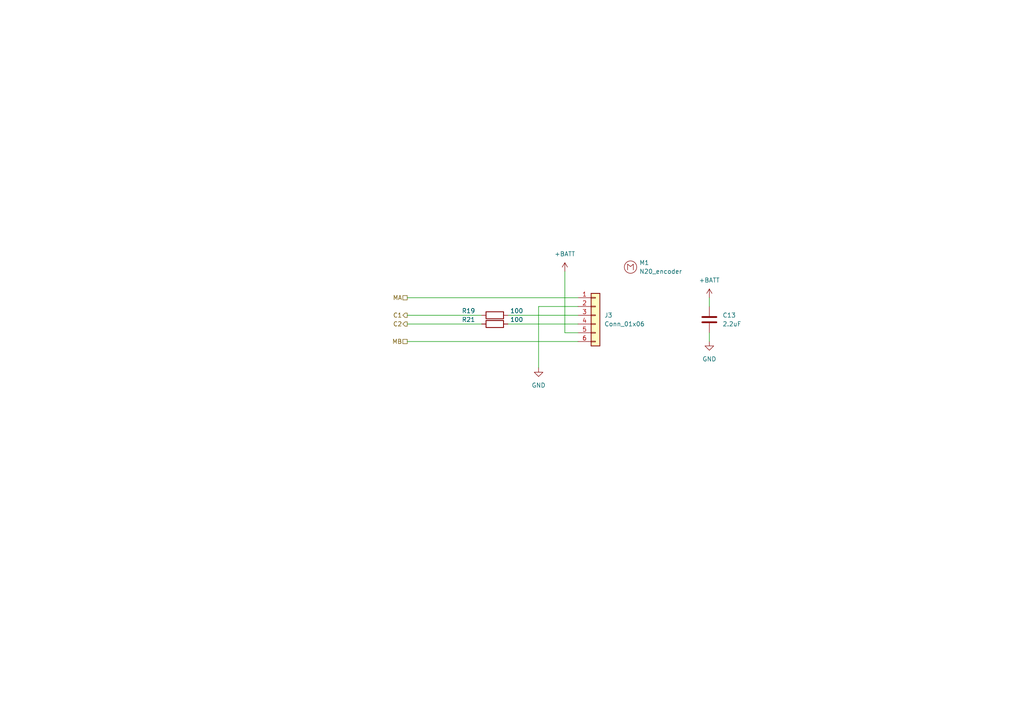
<source format=kicad_sch>
(kicad_sch (version 20230121) (generator eeschema)
  (paper "A4")
  (lib_symbols
    (symbol "Connector_Generic:Conn_01x06" (pin_names (offset 1.016) hide)
      (property "Reference" "J" (at 0 7.62 0))
      (property "Value" "Conn_01x06" (at 0 -10.16 0))
      (symbol "Conn_01x06_1_1"
        (rectangle (start -1.27 -7.493) (end 0 -7.747) (stroke (width 0.1524)))
        (rectangle (start -1.27 -4.953) (end 0 -5.207) (stroke (width 0.1524)))
        (rectangle (start -1.27 -2.413) (end 0 -2.667) (stroke (width 0.1524)))
        (rectangle (start -1.27 0.127) (end 0 -0.127) (stroke (width 0.1524)))
        (rectangle (start -1.27 2.667) (end 0 2.413) (stroke (width 0.1524)))
        (rectangle (start -1.27 5.207) (end 0 4.953) (stroke (width 0.1524)))
        (rectangle (start -1.27 6.35) (end 1.27 -8.89) (stroke (width 0.254)) (fill (type background)))
        (pin passive line (at -5.08 5.08 0) (length 3.81) (name "Pin_1") (number "1"))
        (pin passive line (at -5.08 2.54 0) (length 3.81) (name "Pin_2") (number "2"))
        (pin passive line (at -5.08 0 0) (length 3.81) (name "Pin_3") (number "3"))
        (pin passive line (at -5.08 -2.54 0) (length 3.81) (name "Pin_4") (number "4"))
        (pin passive line (at -5.08 -5.08 0) (length 3.81) (name "Pin_5") (number "5"))
        (pin passive line (at -5.08 -7.62 0) (length 3.81) (name "Pin_6") (number "6"))
      )
    )
    (symbol "Device:C" (pin_numbers hide) (pin_names (offset 0.254))
      (property "Reference" "C" (at 0.635 2.54 0))
      (property "Value" "C" (at 0.635 -2.54 0))
      (symbol "C_0_1"
        (polyline (pts (xy -2.032 -0.762) (xy 2.032 -0.762)) (stroke (width 0.508)))
        (polyline (pts (xy -2.032 0.762) (xy 2.032 0.762)) (stroke (width 0.508)))
      )
      (symbol "C_1_1"
        (pin passive line (at 0 3.81 270) (length 2.794) (name "~") (number "1"))
        (pin passive line (at 0 -3.81 90) (length 2.794) (name "~") (number "2"))
      )
    )
    (symbol "Device:R" (pin_numbers hide) (pin_names (offset 0))
      (property "Reference" "R" (at 2.032 0 90))
      (property "Value" "R" (at 0 0 90))
      (symbol "R_0_1"
        (rectangle (start -1.016 -2.54) (end 1.016 2.54) (stroke (width 0.254)))
      )
      (symbol "R_1_1"
        (pin passive line (at 0 3.81 270) (length 1.27) (name "~") (number "1"))
        (pin passive line (at 0 -3.81 90) (length 1.27) (name "~") (number "2"))
      )
    )
    (symbol "minimouse:N20_w_encoder"
      (property "Reference" "M" (at -8.89 1.27 0))
      (property "Value" "N20_encoder" (at 0 -2.54 0))
      (symbol "N20_w_encoder_0_1"
        (polyline (pts (xy -0.8636 -0.8128) (xy -0.8636 0.8636) (xy 0 0.1524) (xy 0.8128 0.8636) (xy 0.8128 -0.8128)))
        (circle (center 0 0) (radius 1.7961))
      )
    )
    (symbol "power:+BATT" (power) (pin_names (offset 0))
      (property "Value" "+BATT" (at 0 3.556 0))
      (symbol "+BATT_0_1"
        (polyline (pts (xy -0.762 1.27) (xy 0 2.54)))
        (polyline (pts (xy 0 0) (xy 0 2.54)))
        (polyline (pts (xy 0 2.54) (xy 0.762 1.27)))
      )
      (symbol "+BATT_1_1"
        (pin power_in line (at 0 0 90) (length 0) hide (name "+BATT") (number "1"))
      )
    )
    (symbol "power:GND" (power) (pin_names (offset 0))
      (property "Value" "GND" (at 0 -3.81 0))
      (symbol "GND_0_1"
        (polyline (pts (xy 0 0) (xy 0 -1.27) (xy 1.27 -1.27) (xy 0 -2.54) (xy -1.27 -1.27) (xy 0 -1.27)))
      )
      (symbol "GND_1_1"
        (pin power_in line (at 0 0 270) (length 0) hide (name "GND") (number "1"))
      )
    )
  )
  (wire (pts (xy 118.11 91.44) (xy 139.7 91.44)))
  (wire (pts (xy 163.83 96.52) (xy 163.83 78.74)))
  (wire (pts (xy 118.11 86.36) (xy 167.64 86.36)))
  (wire (pts (xy 205.74 86.36) (xy 205.74 88.9)))
  (wire (pts (xy 118.11 93.98) (xy 139.7 93.98)))
  (wire (pts (xy 147.32 91.44) (xy 167.64 91.44)))
  (wire (pts (xy 167.64 96.52) (xy 163.83 96.52)))
  (wire (pts (xy 167.64 88.9) (xy 156.21 88.9)))
  (wire (pts (xy 147.32 93.98) (xy 167.64 93.98)))
  (wire (pts (xy 118.11 99.06) (xy 167.64 99.06)))
  (wire (pts (xy 156.21 88.9) (xy 156.21 106.68)))
  (wire (pts (xy 205.74 96.52) (xy 205.74 99.06)))
  (hierarchical_label "C1" (shape output) (at 118.11 91.44 180))
  (hierarchical_label "C2" (shape output) (at 118.11 93.98 180))
  (hierarchical_label "MB" (shape passive) (at 118.11 99.06 180))
  (hierarchical_label "MA" (shape passive) (at 118.11 86.36 180))
  (symbol (lib_id "Device:C") (at 205.74 92.71 0) (unit 1)
    (property "Reference" "C13" (at 209.55 91.44 0) (effects (justify left)))
    (property "Value" "2.2uF" (at 209.55 93.98 0) (effects (justify left)))
    (property "Footprint" "Capacitor_SMD:C_0603_1608Metric" (effects hide))
    (instances (project "minimouse" (path "" (reference "C13") (unit 1)) (path "" (reference "C14") (unit 1))))
  )
  (symbol (lib_id "Device:R") (at 143.51 93.98 90) (unit 1)
    (property "Reference" "R21" (at 135.89 92.71 90))
    (property "Value" "100" (at 149.86 92.71 90))
    (property "Footprint" "Resistor_SMD:R_0603_1608Metric" (effects hide))
    (instances (project "minimouse" (path "" (reference "R21") (unit 1)) (path "" (reference "R22") (unit 1))))
  )
  (symbol (lib_id "power:GND") (at 156.21 106.68 0) (unit 1)
    (property "Reference" "#PWR026" (effects hide))
    (property "Value" "GND" (at 156.21 111.76 0))
    (instances (project "minimouse" (path "" (reference "#PWR026") (unit 1)) (path "" (reference "#PWR027") (unit 1))))
  )
  (symbol (lib_id "minimouse:N20_w_encoder") (at 182.88 77.47 0) (unit 1)
    (property "Reference" "M1" (at 185.42 76.2 0) (effects (justify left)))
    (property "Value" "N20_encoder" (at 185.42 78.74 0) (effects (justify left)))
    (property "Footprint" "minimouse:N20_with_encoder" (effects hide))
    (instances (project "minimouse" (path "" (reference "M1") (unit 1)) (path "" (reference "M2") (unit 1))))
  )
  (symbol (lib_id "power:+BATT") (at 163.83 78.74 0) (unit 1)
    (property "Reference" "#PWR024" (effects hide))
    (property "Value" "+BATT" (at 163.83 73.66 0))
    (instances (project "minimouse" (path "" (reference "#PWR024") (unit 1)) (path "" (reference "#PWR025") (unit 1))))
  )
  (symbol (lib_id "Device:R") (at 143.51 91.44 90) (unit 1)
    (property "Reference" "R19" (at 135.89 90.17 90))
    (property "Value" "100" (at 149.86 90.17 90))
    (property "Footprint" "Resistor_SMD:R_0603_1608Metric" (effects hide))
    (instances (project "minimouse" (path "" (reference "R19") (unit 1)) (path "" (reference "R20") (unit 1))))
  )
  (symbol (lib_id "Connector_Generic:Conn_01x06") (at 172.72 91.44 0) (unit 1)
    (property "Reference" "J3" (at 175.26 91.44 0) (effects (justify left)))
    (property "Value" "Conn_01x06" (at 175.26 93.98 0) (effects (justify left)))
    (property "Footprint" "Connector_PinHeader_2.54mm:PinHeader_1x06_P2.54mm_Vertical" (effects hide))
    (instances (project "minimouse" (path "" (reference "J3") (unit 1)) (path "" (reference "J4") (unit 1))))
  )
  (symbol (lib_id "power:+BATT") (at 205.74 86.36 0) (unit 1)
    (property "Reference" "#PWR028" (effects hide))
    (property "Value" "+BATT" (at 205.74 81.28 0))
    (instances (project "minimouse" (path "" (reference "#PWR028") (unit 1)) (path "" (reference "#PWR029") (unit 1))))
  )
  (symbol (lib_id "power:GND") (at 205.74 99.06 0) (unit 1)
    (property "Reference" "#PWR030" (effects hide))
    (property "Value" "GND" (at 205.74 104.14 0))
    (instances (project "minimouse" (path "" (reference "#PWR030") (unit 1)) (path "" (reference "#PWR031") (unit 1))))
  )
)
</source>
